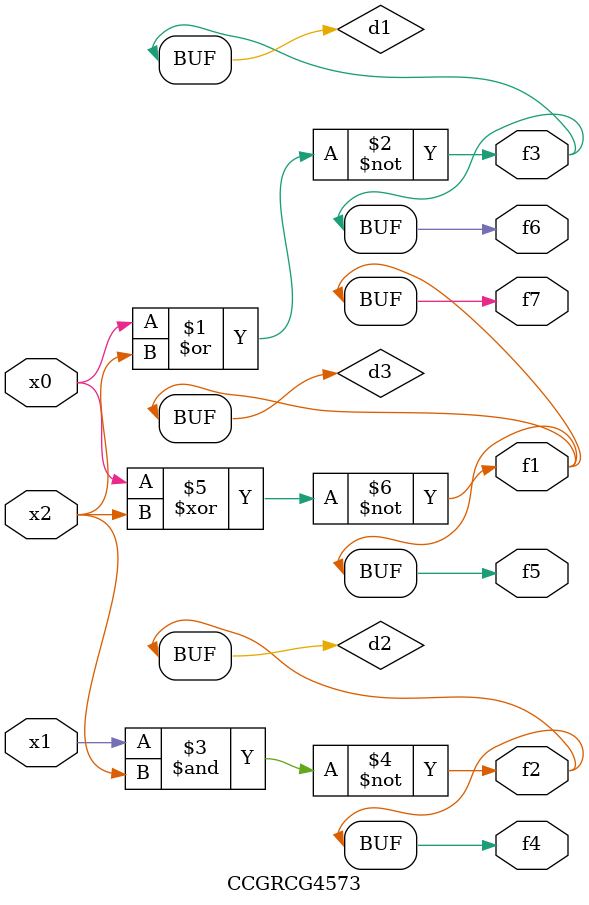
<source format=v>
module CCGRCG4573(
	input x0, x1, x2,
	output f1, f2, f3, f4, f5, f6, f7
);

	wire d1, d2, d3;

	nor (d1, x0, x2);
	nand (d2, x1, x2);
	xnor (d3, x0, x2);
	assign f1 = d3;
	assign f2 = d2;
	assign f3 = d1;
	assign f4 = d2;
	assign f5 = d3;
	assign f6 = d1;
	assign f7 = d3;
endmodule

</source>
